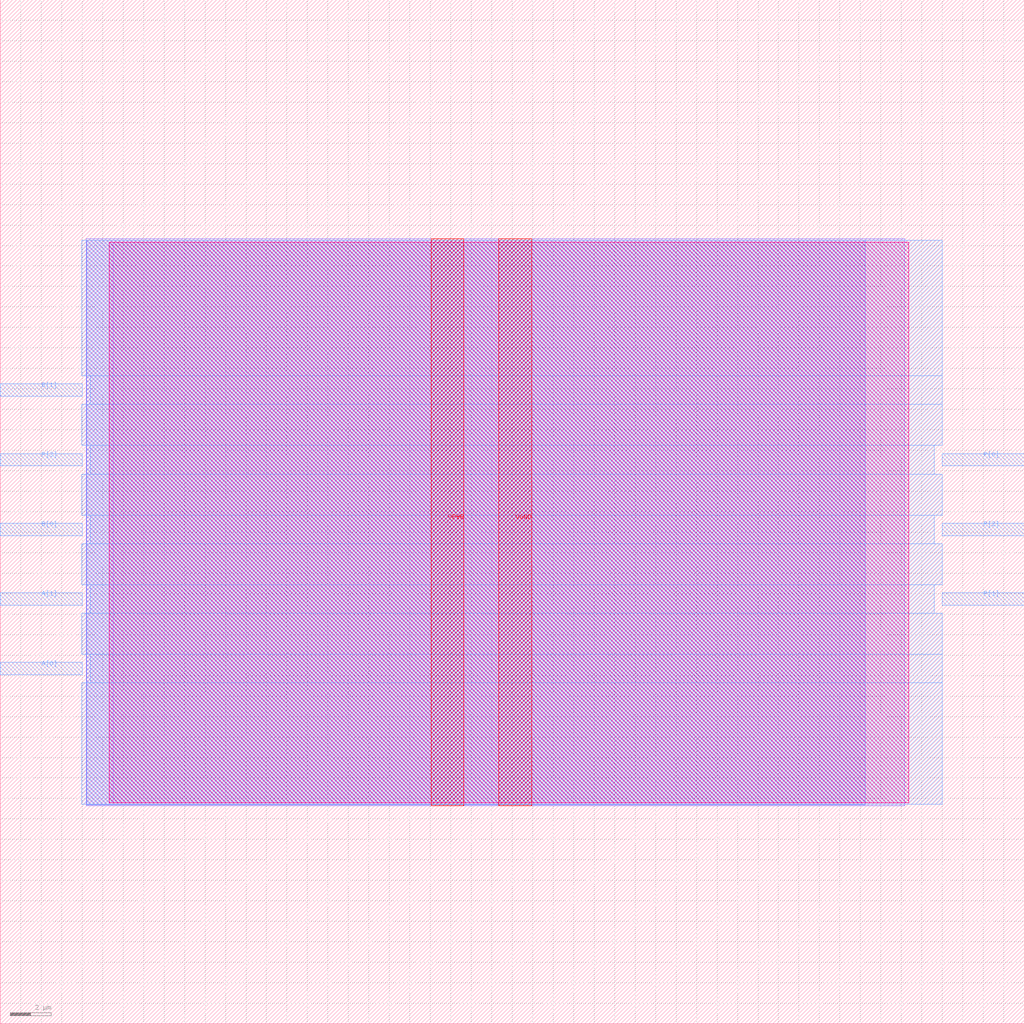
<source format=lef>
VERSION 5.7 ;
  NOWIREEXTENSIONATPIN ON ;
  DIVIDERCHAR "/" ;
  BUSBITCHARS "[]" ;
MACRO e9_SARSA_nSteps_INDEPENDIENTES
  CLASS BLOCK ;
  FOREIGN e9_SARSA_nSteps_INDEPENDIENTES ;
  ORIGIN 0.000 0.000 ;
  SIZE 50.000 BY 50.000 ;
  PIN A[0]
    DIRECTION INPUT ;
    USE SIGNAL ;
    ANTENNAGATEAREA 0.196500 ;
    PORT
      LAYER met3 ;
        RECT 0.000 17.040 4.000 17.640 ;
    END
  END A[0]
  PIN A[1]
    DIRECTION INPUT ;
    USE SIGNAL ;
    ANTENNAGATEAREA 0.196500 ;
    PORT
      LAYER met3 ;
        RECT 0.000 20.440 4.000 21.040 ;
    END
  END A[1]
  PIN B[0]
    DIRECTION INPUT ;
    USE SIGNAL ;
    ANTENNAGATEAREA 0.196500 ;
    PORT
      LAYER met3 ;
        RECT 0.000 23.840 4.000 24.440 ;
    END
  END B[0]
  PIN B[1]
    DIRECTION INPUT ;
    USE SIGNAL ;
    ANTENNAGATEAREA 0.196500 ;
    PORT
      LAYER met3 ;
        RECT 0.000 30.640 4.000 31.240 ;
    END
  END B[1]
  PIN P[0]
    DIRECTION OUTPUT ;
    USE SIGNAL ;
    ANTENNADIFFAREA 0.445500 ;
    PORT
      LAYER met3 ;
        RECT 46.000 27.240 50.000 27.840 ;
    END
  END P[0]
  PIN P[1]
    DIRECTION OUTPUT ;
    USE SIGNAL ;
    ANTENNADIFFAREA 0.445500 ;
    PORT
      LAYER met3 ;
        RECT 46.000 20.440 50.000 21.040 ;
    END
  END P[1]
  PIN P[2]
    DIRECTION OUTPUT ;
    USE SIGNAL ;
    ANTENNADIFFAREA 0.445500 ;
    PORT
      LAYER met3 ;
        RECT 46.000 23.840 50.000 24.440 ;
    END
  END P[2]
  PIN P[3]
    DIRECTION OUTPUT ;
    USE SIGNAL ;
    ANTENNADIFFAREA 0.445500 ;
    PORT
      LAYER met3 ;
        RECT 0.000 27.240 4.000 27.840 ;
    END
  END P[3]
  PIN VGND
    DIRECTION INOUT ;
    USE GROUND ;
    PORT
      LAYER met4 ;
        RECT 24.340 10.640 25.940 38.320 ;
    END
  END VGND
  PIN VPWR
    DIRECTION INOUT ;
    USE POWER ;
    PORT
      LAYER met4 ;
        RECT 21.040 10.640 22.640 38.320 ;
    END
  END VPWR
  OBS
      LAYER nwell ;
        RECT 5.330 10.795 44.350 38.165 ;
      LAYER li1 ;
        RECT 5.520 10.795 44.160 38.165 ;
      LAYER met1 ;
        RECT 4.210 10.640 44.160 38.320 ;
      LAYER met2 ;
        RECT 4.230 10.695 42.230 38.265 ;
      LAYER met3 ;
        RECT 3.990 31.640 46.000 38.245 ;
        RECT 4.400 30.240 46.000 31.640 ;
        RECT 3.990 28.240 46.000 30.240 ;
        RECT 4.400 26.840 45.600 28.240 ;
        RECT 3.990 24.840 46.000 26.840 ;
        RECT 4.400 23.440 45.600 24.840 ;
        RECT 3.990 21.440 46.000 23.440 ;
        RECT 4.400 20.040 45.600 21.440 ;
        RECT 3.990 18.040 46.000 20.040 ;
        RECT 4.400 16.640 46.000 18.040 ;
        RECT 3.990 10.715 46.000 16.640 ;
  END
END e9_SARSA_nSteps_INDEPENDIENTES
END LIBRARY


</source>
